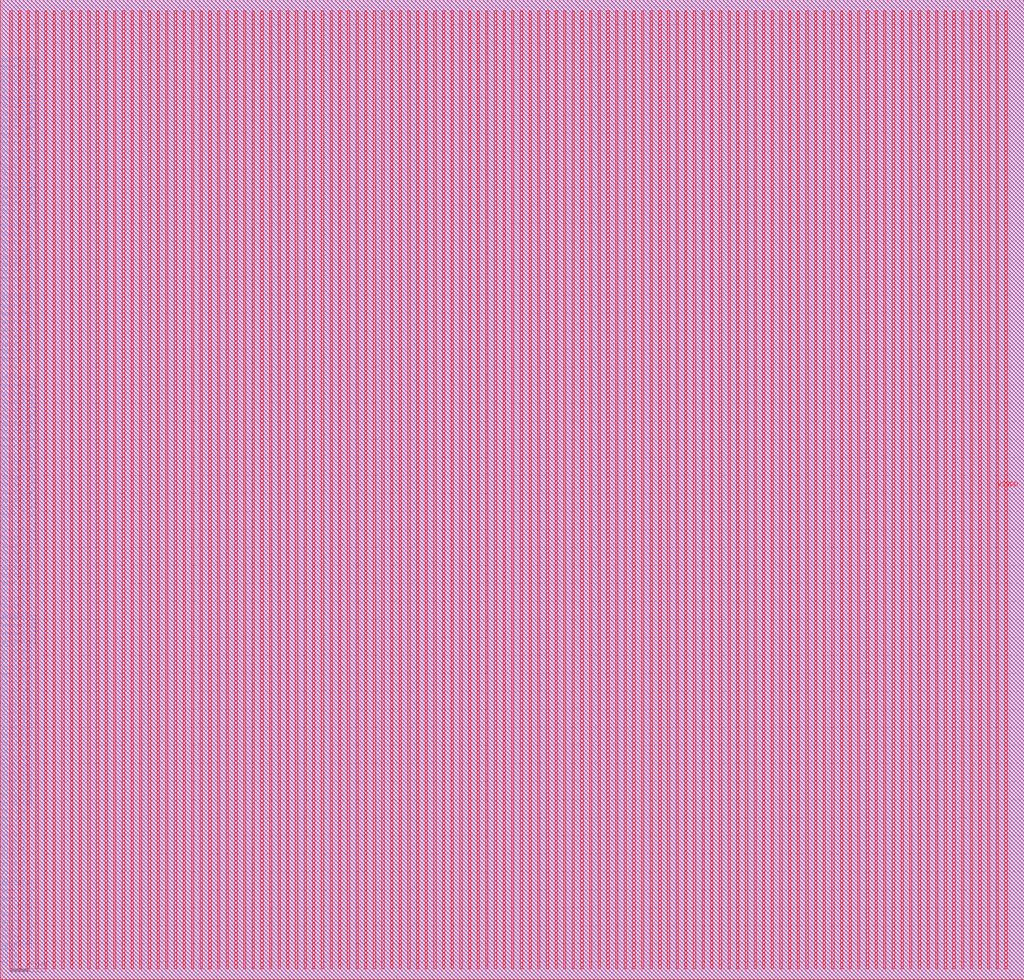
<source format=lef>
VERSION 5.7 ;
BUSBITCHARS "[]" ;
MACRO liteeth_32x384_8_sram
  FOREIGN liteeth_32x384_8_sram 0 0 ;
  SYMMETRY X Y R90 ;
  SIZE 568.100 BY 544.000 ;
  CLASS BLOCK ;
  PIN clk0
    DIRECTION INPUT ;
    USE SIGNAL ;
    SHAPE ABUTMENT ;
    PORT
      LAYER met3 ;
      RECT 0.000 5.850 0.800 6.150 ;
    END
  END clk0
  PIN csb0
    DIRECTION INPUT ;
    USE SIGNAL ;
    SHAPE ABUTMENT ;
    PORT
      LAYER met3 ;
      RECT 0.000 10.050 0.800 10.350 ;
    END
  END csb0
  PIN web0
    DIRECTION INPUT ;
    USE SIGNAL ;
    SHAPE ABUTMENT ;
    PORT
      LAYER met3 ;
      RECT 0.000 14.250 0.800 14.550 ;
    END
  END web0
  PIN addr0[0]
    DIRECTION INPUT ;
    USE SIGNAL ;
    SHAPE ABUTMENT ;
    PORT
      LAYER met3 ;
      RECT 0.000 16.650 0.800 16.950 ;
    END
  END addr0[0]
  PIN addr0[1]
    DIRECTION INPUT ;
    USE SIGNAL ;
    SHAPE ABUTMENT ;
    PORT
      LAYER met3 ;
      RECT 0.000 20.850 0.800 21.150 ;
    END
  END addr0[1]
  PIN addr0[2]
    DIRECTION INPUT ;
    USE SIGNAL ;
    SHAPE ABUTMENT ;
    PORT
      LAYER met3 ;
      RECT 0.000 25.050 0.800 25.350 ;
    END
  END addr0[2]
  PIN addr0[3]
    DIRECTION INPUT ;
    USE SIGNAL ;
    SHAPE ABUTMENT ;
    PORT
      LAYER met3 ;
      RECT 0.000 29.250 0.800 29.550 ;
    END
  END addr0[3]
  PIN addr0[4]
    DIRECTION INPUT ;
    USE SIGNAL ;
    SHAPE ABUTMENT ;
    PORT
      LAYER met3 ;
      RECT 0.000 33.450 0.800 33.750 ;
    END
  END addr0[4]
  PIN addr0[5]
    DIRECTION INPUT ;
    USE SIGNAL ;
    SHAPE ABUTMENT ;
    PORT
      LAYER met3 ;
      RECT 0.000 37.650 0.800 37.950 ;
    END
  END addr0[5]
  PIN addr0[6]
    DIRECTION INPUT ;
    USE SIGNAL ;
    SHAPE ABUTMENT ;
    PORT
      LAYER met3 ;
      RECT 0.000 41.850 0.800 42.150 ;
    END
  END addr0[6]
  PIN addr0[7]
    DIRECTION INPUT ;
    USE SIGNAL ;
    SHAPE ABUTMENT ;
    PORT
      LAYER met3 ;
      RECT 0.000 46.050 0.800 46.350 ;
    END
  END addr0[7]
  PIN addr0[8]
    DIRECTION INPUT ;
    USE SIGNAL ;
    SHAPE ABUTMENT ;
    PORT
      LAYER met3 ;
      RECT 0.000 50.250 0.800 50.550 ;
    END
  END addr0[8]
  PIN din0[0]
    DIRECTION INPUT ;
    USE SIGNAL ;
    SHAPE ABUTMENT ;
    PORT
      LAYER met3 ;
      RECT 0.000 52.650 0.800 52.950 ;
    END
  END din0[0]
  PIN din0[1]
    DIRECTION INPUT ;
    USE SIGNAL ;
    SHAPE ABUTMENT ;
    PORT
      LAYER met3 ;
      RECT 0.000 56.850 0.800 57.150 ;
    END
  END din0[1]
  PIN din0[2]
    DIRECTION INPUT ;
    USE SIGNAL ;
    SHAPE ABUTMENT ;
    PORT
      LAYER met3 ;
      RECT 0.000 61.050 0.800 61.350 ;
    END
  END din0[2]
  PIN din0[3]
    DIRECTION INPUT ;
    USE SIGNAL ;
    SHAPE ABUTMENT ;
    PORT
      LAYER met3 ;
      RECT 0.000 65.250 0.800 65.550 ;
    END
  END din0[3]
  PIN din0[4]
    DIRECTION INPUT ;
    USE SIGNAL ;
    SHAPE ABUTMENT ;
    PORT
      LAYER met3 ;
      RECT 0.000 69.450 0.800 69.750 ;
    END
  END din0[4]
  PIN din0[5]
    DIRECTION INPUT ;
    USE SIGNAL ;
    SHAPE ABUTMENT ;
    PORT
      LAYER met3 ;
      RECT 0.000 73.650 0.800 73.950 ;
    END
  END din0[5]
  PIN din0[6]
    DIRECTION INPUT ;
    USE SIGNAL ;
    SHAPE ABUTMENT ;
    PORT
      LAYER met3 ;
      RECT 0.000 77.850 0.800 78.150 ;
    END
  END din0[6]
  PIN din0[7]
    DIRECTION INPUT ;
    USE SIGNAL ;
    SHAPE ABUTMENT ;
    PORT
      LAYER met3 ;
      RECT 0.000 82.050 0.800 82.350 ;
    END
  END din0[7]
  PIN din0[8]
    DIRECTION INPUT ;
    USE SIGNAL ;
    SHAPE ABUTMENT ;
    PORT
      LAYER met3 ;
      RECT 0.000 86.250 0.800 86.550 ;
    END
  END din0[8]
  PIN din0[9]
    DIRECTION INPUT ;
    USE SIGNAL ;
    SHAPE ABUTMENT ;
    PORT
      LAYER met3 ;
      RECT 0.000 90.450 0.800 90.750 ;
    END
  END din0[9]
  PIN din0[10]
    DIRECTION INPUT ;
    USE SIGNAL ;
    SHAPE ABUTMENT ;
    PORT
      LAYER met3 ;
      RECT 0.000 94.650 0.800 94.950 ;
    END
  END din0[10]
  PIN din0[11]
    DIRECTION INPUT ;
    USE SIGNAL ;
    SHAPE ABUTMENT ;
    PORT
      LAYER met3 ;
      RECT 0.000 98.850 0.800 99.150 ;
    END
  END din0[11]
  PIN din0[12]
    DIRECTION INPUT ;
    USE SIGNAL ;
    SHAPE ABUTMENT ;
    PORT
      LAYER met3 ;
      RECT 0.000 103.050 0.800 103.350 ;
    END
  END din0[12]
  PIN din0[13]
    DIRECTION INPUT ;
    USE SIGNAL ;
    SHAPE ABUTMENT ;
    PORT
      LAYER met3 ;
      RECT 0.000 107.250 0.800 107.550 ;
    END
  END din0[13]
  PIN din0[14]
    DIRECTION INPUT ;
    USE SIGNAL ;
    SHAPE ABUTMENT ;
    PORT
      LAYER met3 ;
      RECT 0.000 111.450 0.800 111.750 ;
    END
  END din0[14]
  PIN din0[15]
    DIRECTION INPUT ;
    USE SIGNAL ;
    SHAPE ABUTMENT ;
    PORT
      LAYER met3 ;
      RECT 0.000 115.650 0.800 115.950 ;
    END
  END din0[15]
  PIN din0[16]
    DIRECTION INPUT ;
    USE SIGNAL ;
    SHAPE ABUTMENT ;
    PORT
      LAYER met3 ;
      RECT 0.000 119.850 0.800 120.150 ;
    END
  END din0[16]
  PIN din0[17]
    DIRECTION INPUT ;
    USE SIGNAL ;
    SHAPE ABUTMENT ;
    PORT
      LAYER met3 ;
      RECT 0.000 124.050 0.800 124.350 ;
    END
  END din0[17]
  PIN din0[18]
    DIRECTION INPUT ;
    USE SIGNAL ;
    SHAPE ABUTMENT ;
    PORT
      LAYER met3 ;
      RECT 0.000 128.250 0.800 128.550 ;
    END
  END din0[18]
  PIN din0[19]
    DIRECTION INPUT ;
    USE SIGNAL ;
    SHAPE ABUTMENT ;
    PORT
      LAYER met3 ;
      RECT 0.000 132.450 0.800 132.750 ;
    END
  END din0[19]
  PIN din0[20]
    DIRECTION INPUT ;
    USE SIGNAL ;
    SHAPE ABUTMENT ;
    PORT
      LAYER met3 ;
      RECT 0.000 136.650 0.800 136.950 ;
    END
  END din0[20]
  PIN din0[21]
    DIRECTION INPUT ;
    USE SIGNAL ;
    SHAPE ABUTMENT ;
    PORT
      LAYER met3 ;
      RECT 0.000 140.850 0.800 141.150 ;
    END
  END din0[21]
  PIN din0[22]
    DIRECTION INPUT ;
    USE SIGNAL ;
    SHAPE ABUTMENT ;
    PORT
      LAYER met3 ;
      RECT 0.000 145.050 0.800 145.350 ;
    END
  END din0[22]
  PIN din0[23]
    DIRECTION INPUT ;
    USE SIGNAL ;
    SHAPE ABUTMENT ;
    PORT
      LAYER met3 ;
      RECT 0.000 149.250 0.800 149.550 ;
    END
  END din0[23]
  PIN din0[24]
    DIRECTION INPUT ;
    USE SIGNAL ;
    SHAPE ABUTMENT ;
    PORT
      LAYER met3 ;
      RECT 0.000 153.450 0.800 153.750 ;
    END
  END din0[24]
  PIN din0[25]
    DIRECTION INPUT ;
    USE SIGNAL ;
    SHAPE ABUTMENT ;
    PORT
      LAYER met3 ;
      RECT 0.000 157.650 0.800 157.950 ;
    END
  END din0[25]
  PIN din0[26]
    DIRECTION INPUT ;
    USE SIGNAL ;
    SHAPE ABUTMENT ;
    PORT
      LAYER met3 ;
      RECT 0.000 161.850 0.800 162.150 ;
    END
  END din0[26]
  PIN din0[27]
    DIRECTION INPUT ;
    USE SIGNAL ;
    SHAPE ABUTMENT ;
    PORT
      LAYER met3 ;
      RECT 0.000 166.050 0.800 166.350 ;
    END
  END din0[27]
  PIN din0[28]
    DIRECTION INPUT ;
    USE SIGNAL ;
    SHAPE ABUTMENT ;
    PORT
      LAYER met3 ;
      RECT 0.000 170.250 0.800 170.550 ;
    END
  END din0[28]
  PIN din0[29]
    DIRECTION INPUT ;
    USE SIGNAL ;
    SHAPE ABUTMENT ;
    PORT
      LAYER met3 ;
      RECT 0.000 174.450 0.800 174.750 ;
    END
  END din0[29]
  PIN din0[30]
    DIRECTION INPUT ;
    USE SIGNAL ;
    SHAPE ABUTMENT ;
    PORT
      LAYER met3 ;
      RECT 0.000 178.650 0.800 178.950 ;
    END
  END din0[30]
  PIN din0[31]
    DIRECTION INPUT ;
    USE SIGNAL ;
    SHAPE ABUTMENT ;
    PORT
      LAYER met3 ;
      RECT 0.000 182.850 0.800 183.150 ;
    END
  END din0[31]
  PIN wmask0[0]
    DIRECTION INPUT ;
    USE SIGNAL ;
    SHAPE ABUTMENT ;
    PORT
      LAYER met3 ;
      RECT 0.000 185.250 0.800 185.550 ;
    END
  END wmask0[0]
  PIN wmask0[1]
    DIRECTION INPUT ;
    USE SIGNAL ;
    SHAPE ABUTMENT ;
    PORT
      LAYER met3 ;
      RECT 0.000 189.450 0.800 189.750 ;
    END
  END wmask0[1]
  PIN wmask0[2]
    DIRECTION INPUT ;
    USE SIGNAL ;
    SHAPE ABUTMENT ;
    PORT
      LAYER met3 ;
      RECT 0.000 193.650 0.800 193.950 ;
    END
  END wmask0[2]
  PIN wmask0[3]
    DIRECTION INPUT ;
    USE SIGNAL ;
    SHAPE ABUTMENT ;
    PORT
      LAYER met3 ;
      RECT 0.000 197.850 0.800 198.150 ;
    END
  END wmask0[3]
  PIN dout0[0]
    DIRECTION OUTPUT ;
    USE SIGNAL ;
    SHAPE ABUTMENT ;
    PORT
      LAYER met3 ;
      RECT 0.000 200.250 0.800 200.550 ;
    END
  END dout0[0]
  PIN dout0[1]
    DIRECTION OUTPUT ;
    USE SIGNAL ;
    SHAPE ABUTMENT ;
    PORT
      LAYER met3 ;
      RECT 0.000 204.450 0.800 204.750 ;
    END
  END dout0[1]
  PIN dout0[2]
    DIRECTION OUTPUT ;
    USE SIGNAL ;
    SHAPE ABUTMENT ;
    PORT
      LAYER met3 ;
      RECT 0.000 208.650 0.800 208.950 ;
    END
  END dout0[2]
  PIN dout0[3]
    DIRECTION OUTPUT ;
    USE SIGNAL ;
    SHAPE ABUTMENT ;
    PORT
      LAYER met3 ;
      RECT 0.000 212.850 0.800 213.150 ;
    END
  END dout0[3]
  PIN dout0[4]
    DIRECTION OUTPUT ;
    USE SIGNAL ;
    SHAPE ABUTMENT ;
    PORT
      LAYER met3 ;
      RECT 0.000 217.050 0.800 217.350 ;
    END
  END dout0[4]
  PIN dout0[5]
    DIRECTION OUTPUT ;
    USE SIGNAL ;
    SHAPE ABUTMENT ;
    PORT
      LAYER met3 ;
      RECT 0.000 221.250 0.800 221.550 ;
    END
  END dout0[5]
  PIN dout0[6]
    DIRECTION OUTPUT ;
    USE SIGNAL ;
    SHAPE ABUTMENT ;
    PORT
      LAYER met3 ;
      RECT 0.000 225.450 0.800 225.750 ;
    END
  END dout0[6]
  PIN dout0[7]
    DIRECTION OUTPUT ;
    USE SIGNAL ;
    SHAPE ABUTMENT ;
    PORT
      LAYER met3 ;
      RECT 0.000 229.650 0.800 229.950 ;
    END
  END dout0[7]
  PIN dout0[8]
    DIRECTION OUTPUT ;
    USE SIGNAL ;
    SHAPE ABUTMENT ;
    PORT
      LAYER met3 ;
      RECT 0.000 233.850 0.800 234.150 ;
    END
  END dout0[8]
  PIN dout0[9]
    DIRECTION OUTPUT ;
    USE SIGNAL ;
    SHAPE ABUTMENT ;
    PORT
      LAYER met3 ;
      RECT 0.000 238.050 0.800 238.350 ;
    END
  END dout0[9]
  PIN dout0[10]
    DIRECTION OUTPUT ;
    USE SIGNAL ;
    SHAPE ABUTMENT ;
    PORT
      LAYER met3 ;
      RECT 0.000 242.250 0.800 242.550 ;
    END
  END dout0[10]
  PIN dout0[11]
    DIRECTION OUTPUT ;
    USE SIGNAL ;
    SHAPE ABUTMENT ;
    PORT
      LAYER met3 ;
      RECT 0.000 246.450 0.800 246.750 ;
    END
  END dout0[11]
  PIN dout0[12]
    DIRECTION OUTPUT ;
    USE SIGNAL ;
    SHAPE ABUTMENT ;
    PORT
      LAYER met3 ;
      RECT 0.000 250.650 0.800 250.950 ;
    END
  END dout0[12]
  PIN dout0[13]
    DIRECTION OUTPUT ;
    USE SIGNAL ;
    SHAPE ABUTMENT ;
    PORT
      LAYER met3 ;
      RECT 0.000 254.850 0.800 255.150 ;
    END
  END dout0[13]
  PIN dout0[14]
    DIRECTION OUTPUT ;
    USE SIGNAL ;
    SHAPE ABUTMENT ;
    PORT
      LAYER met3 ;
      RECT 0.000 259.050 0.800 259.350 ;
    END
  END dout0[14]
  PIN dout0[15]
    DIRECTION OUTPUT ;
    USE SIGNAL ;
    SHAPE ABUTMENT ;
    PORT
      LAYER met3 ;
      RECT 0.000 263.250 0.800 263.550 ;
    END
  END dout0[15]
  PIN dout0[16]
    DIRECTION OUTPUT ;
    USE SIGNAL ;
    SHAPE ABUTMENT ;
    PORT
      LAYER met3 ;
      RECT 0.000 267.450 0.800 267.750 ;
    END
  END dout0[16]
  PIN dout0[17]
    DIRECTION OUTPUT ;
    USE SIGNAL ;
    SHAPE ABUTMENT ;
    PORT
      LAYER met3 ;
      RECT 0.000 271.650 0.800 271.950 ;
    END
  END dout0[17]
  PIN dout0[18]
    DIRECTION OUTPUT ;
    USE SIGNAL ;
    SHAPE ABUTMENT ;
    PORT
      LAYER met3 ;
      RECT 0.000 275.850 0.800 276.150 ;
    END
  END dout0[18]
  PIN dout0[19]
    DIRECTION OUTPUT ;
    USE SIGNAL ;
    SHAPE ABUTMENT ;
    PORT
      LAYER met3 ;
      RECT 0.000 280.050 0.800 280.350 ;
    END
  END dout0[19]
  PIN dout0[20]
    DIRECTION OUTPUT ;
    USE SIGNAL ;
    SHAPE ABUTMENT ;
    PORT
      LAYER met3 ;
      RECT 0.000 284.250 0.800 284.550 ;
    END
  END dout0[20]
  PIN dout0[21]
    DIRECTION OUTPUT ;
    USE SIGNAL ;
    SHAPE ABUTMENT ;
    PORT
      LAYER met3 ;
      RECT 0.000 288.450 0.800 288.750 ;
    END
  END dout0[21]
  PIN dout0[22]
    DIRECTION OUTPUT ;
    USE SIGNAL ;
    SHAPE ABUTMENT ;
    PORT
      LAYER met3 ;
      RECT 0.000 292.650 0.800 292.950 ;
    END
  END dout0[22]
  PIN dout0[23]
    DIRECTION OUTPUT ;
    USE SIGNAL ;
    SHAPE ABUTMENT ;
    PORT
      LAYER met3 ;
      RECT 0.000 296.850 0.800 297.150 ;
    END
  END dout0[23]
  PIN dout0[24]
    DIRECTION OUTPUT ;
    USE SIGNAL ;
    SHAPE ABUTMENT ;
    PORT
      LAYER met3 ;
      RECT 0.000 301.050 0.800 301.350 ;
    END
  END dout0[24]
  PIN dout0[25]
    DIRECTION OUTPUT ;
    USE SIGNAL ;
    SHAPE ABUTMENT ;
    PORT
      LAYER met3 ;
      RECT 0.000 305.250 0.800 305.550 ;
    END
  END dout0[25]
  PIN dout0[26]
    DIRECTION OUTPUT ;
    USE SIGNAL ;
    SHAPE ABUTMENT ;
    PORT
      LAYER met3 ;
      RECT 0.000 309.450 0.800 309.750 ;
    END
  END dout0[26]
  PIN dout0[27]
    DIRECTION OUTPUT ;
    USE SIGNAL ;
    SHAPE ABUTMENT ;
    PORT
      LAYER met3 ;
      RECT 0.000 313.650 0.800 313.950 ;
    END
  END dout0[27]
  PIN dout0[28]
    DIRECTION OUTPUT ;
    USE SIGNAL ;
    SHAPE ABUTMENT ;
    PORT
      LAYER met3 ;
      RECT 0.000 317.850 0.800 318.150 ;
    END
  END dout0[28]
  PIN dout0[29]
    DIRECTION OUTPUT ;
    USE SIGNAL ;
    SHAPE ABUTMENT ;
    PORT
      LAYER met3 ;
      RECT 0.000 322.050 0.800 322.350 ;
    END
  END dout0[29]
  PIN dout0[30]
    DIRECTION OUTPUT ;
    USE SIGNAL ;
    SHAPE ABUTMENT ;
    PORT
      LAYER met3 ;
      RECT 0.000 326.250 0.800 326.550 ;
    END
  END dout0[30]
  PIN dout0[31]
    DIRECTION OUTPUT ;
    USE SIGNAL ;
    SHAPE ABUTMENT ;
    PORT
      LAYER met3 ;
      RECT 0.000 330.450 0.800 330.750 ;
    END
  END dout0[31]
  PIN clk1
    DIRECTION INPUT ;
    USE SIGNAL ;
    SHAPE ABUTMENT ;
    PORT
      LAYER met3 ;
      RECT 0.000 332.850 0.800 333.150 ;
    END
  END clk1
  PIN csb1
    DIRECTION INPUT ;
    USE SIGNAL ;
    SHAPE ABUTMENT ;
    PORT
      LAYER met3 ;
      RECT 0.000 337.050 0.800 337.350 ;
    END
  END csb1
  PIN addr1[0]
    DIRECTION INPUT ;
    USE SIGNAL ;
    SHAPE ABUTMENT ;
    PORT
      LAYER met3 ;
      RECT 0.000 341.250 0.800 341.550 ;
    END
  END addr1[0]
  PIN addr1[1]
    DIRECTION INPUT ;
    USE SIGNAL ;
    SHAPE ABUTMENT ;
    PORT
      LAYER met3 ;
      RECT 0.000 345.450 0.800 345.750 ;
    END
  END addr1[1]
  PIN addr1[2]
    DIRECTION INPUT ;
    USE SIGNAL ;
    SHAPE ABUTMENT ;
    PORT
      LAYER met3 ;
      RECT 0.000 349.650 0.800 349.950 ;
    END
  END addr1[2]
  PIN addr1[3]
    DIRECTION INPUT ;
    USE SIGNAL ;
    SHAPE ABUTMENT ;
    PORT
      LAYER met3 ;
      RECT 0.000 353.850 0.800 354.150 ;
    END
  END addr1[3]
  PIN addr1[4]
    DIRECTION INPUT ;
    USE SIGNAL ;
    SHAPE ABUTMENT ;
    PORT
      LAYER met3 ;
      RECT 0.000 358.050 0.800 358.350 ;
    END
  END addr1[4]
  PIN addr1[5]
    DIRECTION INPUT ;
    USE SIGNAL ;
    SHAPE ABUTMENT ;
    PORT
      LAYER met3 ;
      RECT 0.000 362.250 0.800 362.550 ;
    END
  END addr1[5]
  PIN addr1[6]
    DIRECTION INPUT ;
    USE SIGNAL ;
    SHAPE ABUTMENT ;
    PORT
      LAYER met3 ;
      RECT 0.000 366.450 0.800 366.750 ;
    END
  END addr1[6]
  PIN addr1[7]
    DIRECTION INPUT ;
    USE SIGNAL ;
    SHAPE ABUTMENT ;
    PORT
      LAYER met3 ;
      RECT 0.000 370.650 0.800 370.950 ;
    END
  END addr1[7]
  PIN addr1[8]
    DIRECTION INPUT ;
    USE SIGNAL ;
    SHAPE ABUTMENT ;
    PORT
      LAYER met3 ;
      RECT 0.000 374.850 0.800 375.150 ;
    END
  END addr1[8]
  PIN dout1[0]
    DIRECTION OUTPUT ;
    USE SIGNAL ;
    SHAPE ABUTMENT ;
    PORT
      LAYER met3 ;
      RECT 0.000 377.250 0.800 377.550 ;
    END
  END dout1[0]
  PIN dout1[1]
    DIRECTION OUTPUT ;
    USE SIGNAL ;
    SHAPE ABUTMENT ;
    PORT
      LAYER met3 ;
      RECT 0.000 381.450 0.800 381.750 ;
    END
  END dout1[1]
  PIN dout1[2]
    DIRECTION OUTPUT ;
    USE SIGNAL ;
    SHAPE ABUTMENT ;
    PORT
      LAYER met3 ;
      RECT 0.000 385.650 0.800 385.950 ;
    END
  END dout1[2]
  PIN dout1[3]
    DIRECTION OUTPUT ;
    USE SIGNAL ;
    SHAPE ABUTMENT ;
    PORT
      LAYER met3 ;
      RECT 0.000 389.850 0.800 390.150 ;
    END
  END dout1[3]
  PIN dout1[4]
    DIRECTION OUTPUT ;
    USE SIGNAL ;
    SHAPE ABUTMENT ;
    PORT
      LAYER met3 ;
      RECT 0.000 394.050 0.800 394.350 ;
    END
  END dout1[4]
  PIN dout1[5]
    DIRECTION OUTPUT ;
    USE SIGNAL ;
    SHAPE ABUTMENT ;
    PORT
      LAYER met3 ;
      RECT 0.000 398.250 0.800 398.550 ;
    END
  END dout1[5]
  PIN dout1[6]
    DIRECTION OUTPUT ;
    USE SIGNAL ;
    SHAPE ABUTMENT ;
    PORT
      LAYER met3 ;
      RECT 0.000 402.450 0.800 402.750 ;
    END
  END dout1[6]
  PIN dout1[7]
    DIRECTION OUTPUT ;
    USE SIGNAL ;
    SHAPE ABUTMENT ;
    PORT
      LAYER met3 ;
      RECT 0.000 406.650 0.800 406.950 ;
    END
  END dout1[7]
  PIN dout1[8]
    DIRECTION OUTPUT ;
    USE SIGNAL ;
    SHAPE ABUTMENT ;
    PORT
      LAYER met3 ;
      RECT 0.000 410.850 0.800 411.150 ;
    END
  END dout1[8]
  PIN dout1[9]
    DIRECTION OUTPUT ;
    USE SIGNAL ;
    SHAPE ABUTMENT ;
    PORT
      LAYER met3 ;
      RECT 0.000 415.050 0.800 415.350 ;
    END
  END dout1[9]
  PIN dout1[10]
    DIRECTION OUTPUT ;
    USE SIGNAL ;
    SHAPE ABUTMENT ;
    PORT
      LAYER met3 ;
      RECT 0.000 419.250 0.800 419.550 ;
    END
  END dout1[10]
  PIN dout1[11]
    DIRECTION OUTPUT ;
    USE SIGNAL ;
    SHAPE ABUTMENT ;
    PORT
      LAYER met3 ;
      RECT 0.000 423.450 0.800 423.750 ;
    END
  END dout1[11]
  PIN dout1[12]
    DIRECTION OUTPUT ;
    USE SIGNAL ;
    SHAPE ABUTMENT ;
    PORT
      LAYER met3 ;
      RECT 0.000 427.650 0.800 427.950 ;
    END
  END dout1[12]
  PIN dout1[13]
    DIRECTION OUTPUT ;
    USE SIGNAL ;
    SHAPE ABUTMENT ;
    PORT
      LAYER met3 ;
      RECT 0.000 431.850 0.800 432.150 ;
    END
  END dout1[13]
  PIN dout1[14]
    DIRECTION OUTPUT ;
    USE SIGNAL ;
    SHAPE ABUTMENT ;
    PORT
      LAYER met3 ;
      RECT 0.000 436.050 0.800 436.350 ;
    END
  END dout1[14]
  PIN dout1[15]
    DIRECTION OUTPUT ;
    USE SIGNAL ;
    SHAPE ABUTMENT ;
    PORT
      LAYER met3 ;
      RECT 0.000 440.250 0.800 440.550 ;
    END
  END dout1[15]
  PIN dout1[16]
    DIRECTION OUTPUT ;
    USE SIGNAL ;
    SHAPE ABUTMENT ;
    PORT
      LAYER met3 ;
      RECT 0.000 444.450 0.800 444.750 ;
    END
  END dout1[16]
  PIN dout1[17]
    DIRECTION OUTPUT ;
    USE SIGNAL ;
    SHAPE ABUTMENT ;
    PORT
      LAYER met3 ;
      RECT 0.000 448.650 0.800 448.950 ;
    END
  END dout1[17]
  PIN dout1[18]
    DIRECTION OUTPUT ;
    USE SIGNAL ;
    SHAPE ABUTMENT ;
    PORT
      LAYER met3 ;
      RECT 0.000 452.850 0.800 453.150 ;
    END
  END dout1[18]
  PIN dout1[19]
    DIRECTION OUTPUT ;
    USE SIGNAL ;
    SHAPE ABUTMENT ;
    PORT
      LAYER met3 ;
      RECT 0.000 457.050 0.800 457.350 ;
    END
  END dout1[19]
  PIN dout1[20]
    DIRECTION OUTPUT ;
    USE SIGNAL ;
    SHAPE ABUTMENT ;
    PORT
      LAYER met3 ;
      RECT 0.000 461.250 0.800 461.550 ;
    END
  END dout1[20]
  PIN dout1[21]
    DIRECTION OUTPUT ;
    USE SIGNAL ;
    SHAPE ABUTMENT ;
    PORT
      LAYER met3 ;
      RECT 0.000 465.450 0.800 465.750 ;
    END
  END dout1[21]
  PIN dout1[22]
    DIRECTION OUTPUT ;
    USE SIGNAL ;
    SHAPE ABUTMENT ;
    PORT
      LAYER met3 ;
      RECT 0.000 469.650 0.800 469.950 ;
    END
  END dout1[22]
  PIN dout1[23]
    DIRECTION OUTPUT ;
    USE SIGNAL ;
    SHAPE ABUTMENT ;
    PORT
      LAYER met3 ;
      RECT 0.000 473.850 0.800 474.150 ;
    END
  END dout1[23]
  PIN dout1[24]
    DIRECTION OUTPUT ;
    USE SIGNAL ;
    SHAPE ABUTMENT ;
    PORT
      LAYER met3 ;
      RECT 0.000 478.050 0.800 478.350 ;
    END
  END dout1[24]
  PIN dout1[25]
    DIRECTION OUTPUT ;
    USE SIGNAL ;
    SHAPE ABUTMENT ;
    PORT
      LAYER met3 ;
      RECT 0.000 482.250 0.800 482.550 ;
    END
  END dout1[25]
  PIN dout1[26]
    DIRECTION OUTPUT ;
    USE SIGNAL ;
    SHAPE ABUTMENT ;
    PORT
      LAYER met3 ;
      RECT 0.000 486.450 0.800 486.750 ;
    END
  END dout1[26]
  PIN dout1[27]
    DIRECTION OUTPUT ;
    USE SIGNAL ;
    SHAPE ABUTMENT ;
    PORT
      LAYER met3 ;
      RECT 0.000 490.650 0.800 490.950 ;
    END
  END dout1[27]
  PIN dout1[28]
    DIRECTION OUTPUT ;
    USE SIGNAL ;
    SHAPE ABUTMENT ;
    PORT
      LAYER met3 ;
      RECT 0.000 494.850 0.800 495.150 ;
    END
  END dout1[28]
  PIN dout1[29]
    DIRECTION OUTPUT ;
    USE SIGNAL ;
    SHAPE ABUTMENT ;
    PORT
      LAYER met3 ;
      RECT 0.000 499.050 0.800 499.350 ;
    END
  END dout1[29]
  PIN dout1[30]
    DIRECTION OUTPUT ;
    USE SIGNAL ;
    SHAPE ABUTMENT ;
    PORT
      LAYER met3 ;
      RECT 0.000 503.250 0.800 503.550 ;
    END
  END dout1[30]
  PIN dout1[31]
    DIRECTION OUTPUT ;
    USE SIGNAL ;
    SHAPE ABUTMENT ;
    PORT
      LAYER met3 ;
      RECT 0.000 507.450 0.800 507.750 ;
    END
  END dout1[31]
  PIN VSS
    DIRECTION INOUT ;
    USE GROUND ;
    PORT
      LAYER met4 ;
      RECT 5.400 6.000 6.600 538.000 ;
      RECT 15.000 6.000 16.200 538.000 ;
      RECT 24.600 6.000 25.800 538.000 ;
      RECT 34.200 6.000 35.400 538.000 ;
      RECT 43.800 6.000 45.000 538.000 ;
      RECT 53.400 6.000 54.600 538.000 ;
      RECT 63.000 6.000 64.200 538.000 ;
      RECT 72.600 6.000 73.800 538.000 ;
      RECT 82.200 6.000 83.400 538.000 ;
      RECT 91.800 6.000 93.000 538.000 ;
      RECT 101.400 6.000 102.600 538.000 ;
      RECT 111.000 6.000 112.200 538.000 ;
      RECT 120.600 6.000 121.800 538.000 ;
      RECT 130.200 6.000 131.400 538.000 ;
      RECT 139.800 6.000 141.000 538.000 ;
      RECT 149.400 6.000 150.600 538.000 ;
      RECT 159.000 6.000 160.200 538.000 ;
      RECT 168.600 6.000 169.800 538.000 ;
      RECT 178.200 6.000 179.400 538.000 ;
      RECT 187.800 6.000 189.000 538.000 ;
      RECT 197.400 6.000 198.600 538.000 ;
      RECT 207.000 6.000 208.200 538.000 ;
      RECT 216.600 6.000 217.800 538.000 ;
      RECT 226.200 6.000 227.400 538.000 ;
      RECT 235.800 6.000 237.000 538.000 ;
      RECT 245.400 6.000 246.600 538.000 ;
      RECT 255.000 6.000 256.200 538.000 ;
      RECT 264.600 6.000 265.800 538.000 ;
      RECT 274.200 6.000 275.400 538.000 ;
      RECT 283.800 6.000 285.000 538.000 ;
      RECT 293.400 6.000 294.600 538.000 ;
      RECT 303.000 6.000 304.200 538.000 ;
      RECT 312.600 6.000 313.800 538.000 ;
      RECT 322.200 6.000 323.400 538.000 ;
      RECT 331.800 6.000 333.000 538.000 ;
      RECT 341.400 6.000 342.600 538.000 ;
      RECT 351.000 6.000 352.200 538.000 ;
      RECT 360.600 6.000 361.800 538.000 ;
      RECT 370.200 6.000 371.400 538.000 ;
      RECT 379.800 6.000 381.000 538.000 ;
      RECT 389.400 6.000 390.600 538.000 ;
      RECT 399.000 6.000 400.200 538.000 ;
      RECT 408.600 6.000 409.800 538.000 ;
      RECT 418.200 6.000 419.400 538.000 ;
      RECT 427.800 6.000 429.000 538.000 ;
      RECT 437.400 6.000 438.600 538.000 ;
      RECT 447.000 6.000 448.200 538.000 ;
      RECT 456.600 6.000 457.800 538.000 ;
      RECT 466.200 6.000 467.400 538.000 ;
      RECT 475.800 6.000 477.000 538.000 ;
      RECT 485.400 6.000 486.600 538.000 ;
      RECT 495.000 6.000 496.200 538.000 ;
      RECT 504.600 6.000 505.800 538.000 ;
      RECT 514.200 6.000 515.400 538.000 ;
      RECT 523.800 6.000 525.000 538.000 ;
      RECT 533.400 6.000 534.600 538.000 ;
      RECT 543.000 6.000 544.200 538.000 ;
      RECT 552.600 6.000 553.800 538.000 ;
    END
  END VSS
  PIN VDD
    DIRECTION INOUT ;
    USE POWER ;
    PORT
      LAYER met4 ;
      RECT 10.200 6.000 11.400 538.000 ;
      RECT 19.800 6.000 21.000 538.000 ;
      RECT 29.400 6.000 30.600 538.000 ;
      RECT 39.000 6.000 40.200 538.000 ;
      RECT 48.600 6.000 49.800 538.000 ;
      RECT 58.200 6.000 59.400 538.000 ;
      RECT 67.800 6.000 69.000 538.000 ;
      RECT 77.400 6.000 78.600 538.000 ;
      RECT 87.000 6.000 88.200 538.000 ;
      RECT 96.600 6.000 97.800 538.000 ;
      RECT 106.200 6.000 107.400 538.000 ;
      RECT 115.800 6.000 117.000 538.000 ;
      RECT 125.400 6.000 126.600 538.000 ;
      RECT 135.000 6.000 136.200 538.000 ;
      RECT 144.600 6.000 145.800 538.000 ;
      RECT 154.200 6.000 155.400 538.000 ;
      RECT 163.800 6.000 165.000 538.000 ;
      RECT 173.400 6.000 174.600 538.000 ;
      RECT 183.000 6.000 184.200 538.000 ;
      RECT 192.600 6.000 193.800 538.000 ;
      RECT 202.200 6.000 203.400 538.000 ;
      RECT 211.800 6.000 213.000 538.000 ;
      RECT 221.400 6.000 222.600 538.000 ;
      RECT 231.000 6.000 232.200 538.000 ;
      RECT 240.600 6.000 241.800 538.000 ;
      RECT 250.200 6.000 251.400 538.000 ;
      RECT 259.800 6.000 261.000 538.000 ;
      RECT 269.400 6.000 270.600 538.000 ;
      RECT 279.000 6.000 280.200 538.000 ;
      RECT 288.600 6.000 289.800 538.000 ;
      RECT 298.200 6.000 299.400 538.000 ;
      RECT 307.800 6.000 309.000 538.000 ;
      RECT 317.400 6.000 318.600 538.000 ;
      RECT 327.000 6.000 328.200 538.000 ;
      RECT 336.600 6.000 337.800 538.000 ;
      RECT 346.200 6.000 347.400 538.000 ;
      RECT 355.800 6.000 357.000 538.000 ;
      RECT 365.400 6.000 366.600 538.000 ;
      RECT 375.000 6.000 376.200 538.000 ;
      RECT 384.600 6.000 385.800 538.000 ;
      RECT 394.200 6.000 395.400 538.000 ;
      RECT 403.800 6.000 405.000 538.000 ;
      RECT 413.400 6.000 414.600 538.000 ;
      RECT 423.000 6.000 424.200 538.000 ;
      RECT 432.600 6.000 433.800 538.000 ;
      RECT 442.200 6.000 443.400 538.000 ;
      RECT 451.800 6.000 453.000 538.000 ;
      RECT 461.400 6.000 462.600 538.000 ;
      RECT 471.000 6.000 472.200 538.000 ;
      RECT 480.600 6.000 481.800 538.000 ;
      RECT 490.200 6.000 491.400 538.000 ;
      RECT 499.800 6.000 501.000 538.000 ;
      RECT 509.400 6.000 510.600 538.000 ;
      RECT 519.000 6.000 520.200 538.000 ;
      RECT 528.600 6.000 529.800 538.000 ;
      RECT 538.200 6.000 539.400 538.000 ;
      RECT 547.800 6.000 549.000 538.000 ;
      RECT 557.400 6.000 558.600 538.000 ;
    END
  END VDD
  OBS
    LAYER met1 ;
    RECT 0 0 568.100 544.000 ;
    LAYER met2 ;
    RECT 0 0 568.100 544.000 ;
    LAYER met3 ;
    RECT 0.800 0 568.100 544.000 ;
    LAYER met4 ;
    RECT 0 0 568.100 544.000 ;
    LAYER OVERLAP ;
    RECT 0 0 568.100 544.000 ;
  END
END liteeth_32x384_8_sram

END LIBRARY

</source>
